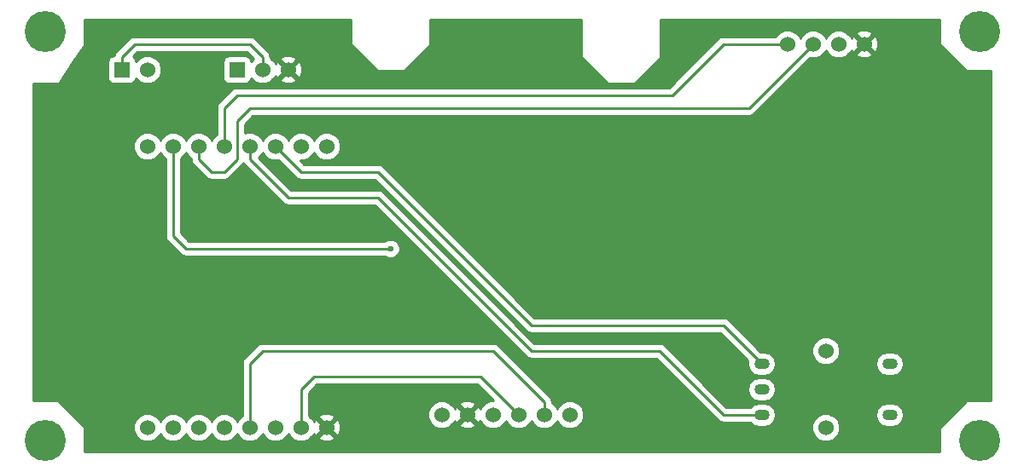
<source format=gbr>
G04 #@! TF.FileFunction,Copper,L1,Top,Signal*
%FSLAX46Y46*%
G04 Gerber Fmt 4.6, Leading zero omitted, Abs format (unit mm)*
G04 Created by KiCad (PCBNEW 4.0.6) date Wednesday, 03 May 2017 'PMt' 19:41:19*
%MOMM*%
%LPD*%
G01*
G04 APERTURE LIST*
%ADD10C,0.100000*%
%ADD11C,1.524000*%
%ADD12O,1.524000X1.100000*%
%ADD13R,1.524000X1.524000*%
%ADD14C,4.064000*%
%ADD15C,0.600000*%
%ADD16C,0.250000*%
%ADD17C,0.254000*%
G04 APERTURE END LIST*
D10*
D11*
X120650000Y-77470000D03*
X123190000Y-77470000D03*
X125730000Y-77470000D03*
X128270000Y-77470000D03*
X130810000Y-77470000D03*
X133350000Y-77470000D03*
X91440000Y-78740000D03*
X93980000Y-78740000D03*
X96520000Y-78740000D03*
X99060000Y-78740000D03*
X101600000Y-78740000D03*
X104140000Y-78740000D03*
X106680000Y-78740000D03*
X109220000Y-78740000D03*
X109220000Y-50800000D03*
X106680000Y-50800000D03*
X104140000Y-50800000D03*
X101600000Y-50800000D03*
X99060000Y-50800000D03*
X96520000Y-50800000D03*
X93980000Y-50800000D03*
X91440000Y-50800000D03*
X162560000Y-40640000D03*
X160020000Y-40640000D03*
X157480000Y-40640000D03*
X154940000Y-40640000D03*
D12*
X152400000Y-72390000D03*
X152400000Y-74930000D03*
X152400000Y-77470000D03*
X165100000Y-72390000D03*
X165100000Y-77470000D03*
D11*
X158750000Y-71120000D03*
X158750000Y-78740000D03*
D13*
X100330000Y-43180000D03*
D11*
X102870000Y-43180000D03*
X105410000Y-43180000D03*
D13*
X88900000Y-43180000D03*
D11*
X91440000Y-43180000D03*
D14*
X173990000Y-39370000D03*
X173990000Y-80010000D03*
X81280000Y-39370000D03*
X81280000Y-80010000D03*
D15*
X115570000Y-60960000D03*
D16*
X96520000Y-50800000D02*
X96520000Y-52070000D01*
X151130000Y-46990000D02*
X157480000Y-40640000D01*
X101600000Y-46990000D02*
X151130000Y-46990000D01*
X100330000Y-48260000D02*
X101600000Y-46990000D01*
X100330000Y-52070000D02*
X100330000Y-48260000D01*
X99060000Y-53340000D02*
X100330000Y-52070000D01*
X97790000Y-53340000D02*
X99060000Y-53340000D01*
X96520000Y-52070000D02*
X97790000Y-53340000D01*
X99060000Y-50800000D02*
X99060000Y-46990000D01*
X148590000Y-40640000D02*
X154940000Y-40640000D01*
X143510000Y-45720000D02*
X148590000Y-40640000D01*
X100330000Y-45720000D02*
X143510000Y-45720000D01*
X99060000Y-46990000D02*
X100330000Y-45720000D01*
X104140000Y-50800000D02*
X106680000Y-53340000D01*
X148590000Y-68580000D02*
X152400000Y-72390000D01*
X129540000Y-68580000D02*
X148590000Y-68580000D01*
X114300000Y-53340000D02*
X129540000Y-68580000D01*
X106680000Y-53340000D02*
X114300000Y-53340000D01*
X101600000Y-50800000D02*
X101600000Y-52070000D01*
X148590000Y-77470000D02*
X152400000Y-77470000D01*
X142240000Y-71120000D02*
X148590000Y-77470000D01*
X129540000Y-71120000D02*
X142240000Y-71120000D01*
X114300000Y-55880000D02*
X129540000Y-71120000D01*
X105410000Y-55880000D02*
X114300000Y-55880000D01*
X101600000Y-52070000D02*
X105410000Y-55880000D01*
X93980000Y-50800000D02*
X93980000Y-59690000D01*
X95250000Y-60960000D02*
X115570000Y-60960000D01*
X93980000Y-59690000D02*
X95250000Y-60960000D01*
X128270000Y-77470000D02*
X124460000Y-73660000D01*
X106680000Y-74930000D02*
X106680000Y-78740000D01*
X107950000Y-73660000D02*
X106680000Y-74930000D01*
X124460000Y-73660000D02*
X107950000Y-73660000D01*
X130810000Y-77470000D02*
X130810000Y-76200000D01*
X101600000Y-72390000D02*
X101600000Y-78740000D01*
X102870000Y-71120000D02*
X101600000Y-72390000D01*
X125730000Y-71120000D02*
X102870000Y-71120000D01*
X130810000Y-76200000D02*
X125730000Y-71120000D01*
X88900000Y-43180000D02*
X88900000Y-41910000D01*
X102870000Y-41910000D02*
X102870000Y-43180000D01*
X101600000Y-40640000D02*
X102870000Y-41910000D01*
X90170000Y-40640000D02*
X101600000Y-40640000D01*
X88900000Y-41910000D02*
X90170000Y-40640000D01*
D17*
G36*
X111633000Y-40640000D02*
X111643006Y-40689410D01*
X111670197Y-40729803D01*
X114210197Y-43269803D01*
X114252211Y-43297666D01*
X114300000Y-43307000D01*
X116840000Y-43307000D01*
X116889410Y-43296994D01*
X116929803Y-43269803D01*
X119469803Y-40729803D01*
X119497666Y-40687789D01*
X119507000Y-40640000D01*
X119507000Y-38227000D01*
X134493000Y-38227000D01*
X134493000Y-41910000D01*
X134503006Y-41959410D01*
X134530197Y-41999803D01*
X137070197Y-44539803D01*
X137112211Y-44567666D01*
X137160000Y-44577000D01*
X139700000Y-44577000D01*
X139749410Y-44566994D01*
X139789803Y-44539803D01*
X142329803Y-41999803D01*
X142357666Y-41957789D01*
X142367000Y-41910000D01*
X142367000Y-38227000D01*
X170053000Y-38227000D01*
X170053000Y-40640000D01*
X170063006Y-40689410D01*
X170090197Y-40729803D01*
X172630197Y-43269803D01*
X172672211Y-43297666D01*
X172720000Y-43307000D01*
X175133000Y-43307000D01*
X175133000Y-76073000D01*
X172720000Y-76073000D01*
X172670590Y-76083006D01*
X172630197Y-76110197D01*
X170090197Y-78650197D01*
X170062334Y-78692211D01*
X170053000Y-78740000D01*
X170053000Y-81153000D01*
X85217000Y-81153000D01*
X85217000Y-79016661D01*
X90042758Y-79016661D01*
X90254990Y-79530303D01*
X90647630Y-79923629D01*
X91160900Y-80136757D01*
X91716661Y-80137242D01*
X92230303Y-79925010D01*
X92623629Y-79532370D01*
X92709949Y-79324488D01*
X92794990Y-79530303D01*
X93187630Y-79923629D01*
X93700900Y-80136757D01*
X94256661Y-80137242D01*
X94770303Y-79925010D01*
X95163629Y-79532370D01*
X95249949Y-79324488D01*
X95334990Y-79530303D01*
X95727630Y-79923629D01*
X96240900Y-80136757D01*
X96796661Y-80137242D01*
X97310303Y-79925010D01*
X97703629Y-79532370D01*
X97789949Y-79324488D01*
X97874990Y-79530303D01*
X98267630Y-79923629D01*
X98780900Y-80136757D01*
X99336661Y-80137242D01*
X99850303Y-79925010D01*
X100243629Y-79532370D01*
X100329949Y-79324488D01*
X100414990Y-79530303D01*
X100807630Y-79923629D01*
X101320900Y-80136757D01*
X101876661Y-80137242D01*
X102390303Y-79925010D01*
X102783629Y-79532370D01*
X102869949Y-79324488D01*
X102954990Y-79530303D01*
X103347630Y-79923629D01*
X103860900Y-80136757D01*
X104416661Y-80137242D01*
X104930303Y-79925010D01*
X105323629Y-79532370D01*
X105409949Y-79324488D01*
X105494990Y-79530303D01*
X105887630Y-79923629D01*
X106400900Y-80136757D01*
X106956661Y-80137242D01*
X107470303Y-79925010D01*
X107675457Y-79720213D01*
X108419392Y-79720213D01*
X108488857Y-79962397D01*
X109012302Y-80149144D01*
X109567368Y-80121362D01*
X109951143Y-79962397D01*
X110020608Y-79720213D01*
X109220000Y-78919605D01*
X108419392Y-79720213D01*
X107675457Y-79720213D01*
X107863629Y-79532370D01*
X107943395Y-79340273D01*
X107997603Y-79471143D01*
X108239787Y-79540608D01*
X109040395Y-78740000D01*
X109399605Y-78740000D01*
X110200213Y-79540608D01*
X110442397Y-79471143D01*
X110604540Y-79016661D01*
X157352758Y-79016661D01*
X157564990Y-79530303D01*
X157957630Y-79923629D01*
X158470900Y-80136757D01*
X159026661Y-80137242D01*
X159540303Y-79925010D01*
X159933629Y-79532370D01*
X160146757Y-79019100D01*
X160147242Y-78463339D01*
X159935010Y-77949697D01*
X159542370Y-77556371D01*
X159334366Y-77470000D01*
X163675631Y-77470000D01*
X163765834Y-77923480D01*
X164022709Y-78307922D01*
X164407151Y-78564797D01*
X164860631Y-78655000D01*
X165339369Y-78655000D01*
X165792849Y-78564797D01*
X166177291Y-78307922D01*
X166434166Y-77923480D01*
X166524369Y-77470000D01*
X166434166Y-77016520D01*
X166177291Y-76632078D01*
X165792849Y-76375203D01*
X165339369Y-76285000D01*
X164860631Y-76285000D01*
X164407151Y-76375203D01*
X164022709Y-76632078D01*
X163765834Y-77016520D01*
X163675631Y-77470000D01*
X159334366Y-77470000D01*
X159029100Y-77343243D01*
X158473339Y-77342758D01*
X157959697Y-77554990D01*
X157566371Y-77947630D01*
X157353243Y-78460900D01*
X157352758Y-79016661D01*
X110604540Y-79016661D01*
X110629144Y-78947698D01*
X110601362Y-78392632D01*
X110442397Y-78008857D01*
X110200213Y-77939392D01*
X109399605Y-78740000D01*
X109040395Y-78740000D01*
X108239787Y-77939392D01*
X107997603Y-78008857D01*
X107947491Y-78149318D01*
X107865010Y-77949697D01*
X107675432Y-77759787D01*
X108419392Y-77759787D01*
X109220000Y-78560395D01*
X110020608Y-77759787D01*
X110016844Y-77746661D01*
X119252758Y-77746661D01*
X119464990Y-78260303D01*
X119857630Y-78653629D01*
X120370900Y-78866757D01*
X120926661Y-78867242D01*
X121440303Y-78655010D01*
X121645457Y-78450213D01*
X122389392Y-78450213D01*
X122458857Y-78692397D01*
X122982302Y-78879144D01*
X123537368Y-78851362D01*
X123921143Y-78692397D01*
X123990608Y-78450213D01*
X123190000Y-77649605D01*
X122389392Y-78450213D01*
X121645457Y-78450213D01*
X121833629Y-78262370D01*
X121913395Y-78070273D01*
X121967603Y-78201143D01*
X122209787Y-78270608D01*
X123010395Y-77470000D01*
X122209787Y-76669392D01*
X121967603Y-76738857D01*
X121917491Y-76879318D01*
X121835010Y-76679697D01*
X121645432Y-76489787D01*
X122389392Y-76489787D01*
X123190000Y-77290395D01*
X123990608Y-76489787D01*
X123921143Y-76247603D01*
X123397698Y-76060856D01*
X122842632Y-76088638D01*
X122458857Y-76247603D01*
X122389392Y-76489787D01*
X121645432Y-76489787D01*
X121442370Y-76286371D01*
X120929100Y-76073243D01*
X120373339Y-76072758D01*
X119859697Y-76284990D01*
X119466371Y-76677630D01*
X119253243Y-77190900D01*
X119252758Y-77746661D01*
X110016844Y-77746661D01*
X109951143Y-77517603D01*
X109427698Y-77330856D01*
X108872632Y-77358638D01*
X108488857Y-77517603D01*
X108419392Y-77759787D01*
X107675432Y-77759787D01*
X107472370Y-77556371D01*
X107440000Y-77542930D01*
X107440000Y-75244802D01*
X108264802Y-74420000D01*
X124145198Y-74420000D01*
X125798257Y-76073059D01*
X125453339Y-76072758D01*
X124939697Y-76284990D01*
X124546371Y-76677630D01*
X124466605Y-76869727D01*
X124412397Y-76738857D01*
X124170213Y-76669392D01*
X123369605Y-77470000D01*
X124170213Y-78270608D01*
X124412397Y-78201143D01*
X124462509Y-78060682D01*
X124544990Y-78260303D01*
X124937630Y-78653629D01*
X125450900Y-78866757D01*
X126006661Y-78867242D01*
X126520303Y-78655010D01*
X126913629Y-78262370D01*
X126999949Y-78054488D01*
X127084990Y-78260303D01*
X127477630Y-78653629D01*
X127990900Y-78866757D01*
X128546661Y-78867242D01*
X129060303Y-78655010D01*
X129453629Y-78262370D01*
X129539949Y-78054488D01*
X129624990Y-78260303D01*
X130017630Y-78653629D01*
X130530900Y-78866757D01*
X131086661Y-78867242D01*
X131600303Y-78655010D01*
X131993629Y-78262370D01*
X132079949Y-78054488D01*
X132164990Y-78260303D01*
X132557630Y-78653629D01*
X133070900Y-78866757D01*
X133626661Y-78867242D01*
X134140303Y-78655010D01*
X134533629Y-78262370D01*
X134746757Y-77749100D01*
X134747242Y-77193339D01*
X134535010Y-76679697D01*
X134142370Y-76286371D01*
X133629100Y-76073243D01*
X133073339Y-76072758D01*
X132559697Y-76284990D01*
X132166371Y-76677630D01*
X132080051Y-76885512D01*
X131995010Y-76679697D01*
X131602370Y-76286371D01*
X131570000Y-76272930D01*
X131570000Y-76200000D01*
X131512148Y-75909161D01*
X131347401Y-75662599D01*
X126267401Y-70582599D01*
X126020839Y-70417852D01*
X125730000Y-70360000D01*
X102870000Y-70360000D01*
X102579160Y-70417852D01*
X102332599Y-70582599D01*
X101062599Y-71852599D01*
X100897852Y-72099161D01*
X100840000Y-72390000D01*
X100840000Y-77542469D01*
X100809697Y-77554990D01*
X100416371Y-77947630D01*
X100330051Y-78155512D01*
X100245010Y-77949697D01*
X99852370Y-77556371D01*
X99339100Y-77343243D01*
X98783339Y-77342758D01*
X98269697Y-77554990D01*
X97876371Y-77947630D01*
X97790051Y-78155512D01*
X97705010Y-77949697D01*
X97312370Y-77556371D01*
X96799100Y-77343243D01*
X96243339Y-77342758D01*
X95729697Y-77554990D01*
X95336371Y-77947630D01*
X95250051Y-78155512D01*
X95165010Y-77949697D01*
X94772370Y-77556371D01*
X94259100Y-77343243D01*
X93703339Y-77342758D01*
X93189697Y-77554990D01*
X92796371Y-77947630D01*
X92710051Y-78155512D01*
X92625010Y-77949697D01*
X92232370Y-77556371D01*
X91719100Y-77343243D01*
X91163339Y-77342758D01*
X90649697Y-77554990D01*
X90256371Y-77947630D01*
X90043243Y-78460900D01*
X90042758Y-79016661D01*
X85217000Y-79016661D01*
X85217000Y-78740000D01*
X85206994Y-78690590D01*
X85179803Y-78650197D01*
X82639803Y-76110197D01*
X82597789Y-76082334D01*
X82550000Y-76073000D01*
X80137000Y-76073000D01*
X80137000Y-51076661D01*
X90042758Y-51076661D01*
X90254990Y-51590303D01*
X90647630Y-51983629D01*
X91160900Y-52196757D01*
X91716661Y-52197242D01*
X92230303Y-51985010D01*
X92623629Y-51592370D01*
X92709949Y-51384488D01*
X92794990Y-51590303D01*
X93187630Y-51983629D01*
X93220000Y-51997070D01*
X93220000Y-59690000D01*
X93277852Y-59980839D01*
X93442599Y-60227401D01*
X94712599Y-61497401D01*
X94959160Y-61662148D01*
X95250000Y-61720000D01*
X115007537Y-61720000D01*
X115039673Y-61752192D01*
X115383201Y-61894838D01*
X115755167Y-61895162D01*
X116098943Y-61753117D01*
X116362192Y-61490327D01*
X116504838Y-61146799D01*
X116505162Y-60774833D01*
X116363117Y-60431057D01*
X116100327Y-60167808D01*
X115756799Y-60025162D01*
X115384833Y-60024838D01*
X115041057Y-60166883D01*
X115007882Y-60200000D01*
X95564802Y-60200000D01*
X94740000Y-59375198D01*
X94740000Y-51997531D01*
X94770303Y-51985010D01*
X95163629Y-51592370D01*
X95249949Y-51384488D01*
X95334990Y-51590303D01*
X95727630Y-51983629D01*
X95760000Y-51997070D01*
X95760000Y-52070000D01*
X95817852Y-52360839D01*
X95982599Y-52607401D01*
X97252599Y-53877401D01*
X97499160Y-54042148D01*
X97790000Y-54100000D01*
X99060000Y-54100000D01*
X99350839Y-54042148D01*
X99597401Y-53877401D01*
X100867401Y-52607401D01*
X100965000Y-52461334D01*
X101062599Y-52607401D01*
X104872599Y-56417401D01*
X105119161Y-56582148D01*
X105410000Y-56640000D01*
X113985198Y-56640000D01*
X129002599Y-71657401D01*
X129249161Y-71822148D01*
X129540000Y-71880000D01*
X141925198Y-71880000D01*
X148052599Y-78007401D01*
X148299161Y-78172148D01*
X148590000Y-78230000D01*
X151270643Y-78230000D01*
X151322709Y-78307922D01*
X151707151Y-78564797D01*
X152160631Y-78655000D01*
X152639369Y-78655000D01*
X153092849Y-78564797D01*
X153477291Y-78307922D01*
X153734166Y-77923480D01*
X153824369Y-77470000D01*
X153734166Y-77016520D01*
X153477291Y-76632078D01*
X153092849Y-76375203D01*
X152639369Y-76285000D01*
X152160631Y-76285000D01*
X151707151Y-76375203D01*
X151322709Y-76632078D01*
X151270643Y-76710000D01*
X148904802Y-76710000D01*
X147124802Y-74930000D01*
X150975631Y-74930000D01*
X151065834Y-75383480D01*
X151322709Y-75767922D01*
X151707151Y-76024797D01*
X152160631Y-76115000D01*
X152639369Y-76115000D01*
X153092849Y-76024797D01*
X153477291Y-75767922D01*
X153734166Y-75383480D01*
X153824369Y-74930000D01*
X153734166Y-74476520D01*
X153477291Y-74092078D01*
X153092849Y-73835203D01*
X152639369Y-73745000D01*
X152160631Y-73745000D01*
X151707151Y-73835203D01*
X151322709Y-74092078D01*
X151065834Y-74476520D01*
X150975631Y-74930000D01*
X147124802Y-74930000D01*
X142777401Y-70582599D01*
X142530839Y-70417852D01*
X142240000Y-70360000D01*
X129854802Y-70360000D01*
X114837401Y-55342599D01*
X114590839Y-55177852D01*
X114300000Y-55120000D01*
X105724802Y-55120000D01*
X102490145Y-51885343D01*
X102783629Y-51592370D01*
X102869949Y-51384488D01*
X102954990Y-51590303D01*
X103347630Y-51983629D01*
X103860900Y-52196757D01*
X104416661Y-52197242D01*
X104449055Y-52183857D01*
X106142599Y-53877401D01*
X106389160Y-54042148D01*
X106437414Y-54051746D01*
X106680000Y-54100000D01*
X113985198Y-54100000D01*
X129002599Y-69117401D01*
X129249161Y-69282148D01*
X129540000Y-69340000D01*
X148275198Y-69340000D01*
X151033628Y-72098430D01*
X150975631Y-72390000D01*
X151065834Y-72843480D01*
X151322709Y-73227922D01*
X151707151Y-73484797D01*
X152160631Y-73575000D01*
X152639369Y-73575000D01*
X153092849Y-73484797D01*
X153477291Y-73227922D01*
X153734166Y-72843480D01*
X153824369Y-72390000D01*
X153734166Y-71936520D01*
X153477291Y-71552078D01*
X153244693Y-71396661D01*
X157352758Y-71396661D01*
X157564990Y-71910303D01*
X157957630Y-72303629D01*
X158470900Y-72516757D01*
X159026661Y-72517242D01*
X159334610Y-72390000D01*
X163675631Y-72390000D01*
X163765834Y-72843480D01*
X164022709Y-73227922D01*
X164407151Y-73484797D01*
X164860631Y-73575000D01*
X165339369Y-73575000D01*
X165792849Y-73484797D01*
X166177291Y-73227922D01*
X166434166Y-72843480D01*
X166524369Y-72390000D01*
X166434166Y-71936520D01*
X166177291Y-71552078D01*
X165792849Y-71295203D01*
X165339369Y-71205000D01*
X164860631Y-71205000D01*
X164407151Y-71295203D01*
X164022709Y-71552078D01*
X163765834Y-71936520D01*
X163675631Y-72390000D01*
X159334610Y-72390000D01*
X159540303Y-72305010D01*
X159933629Y-71912370D01*
X160146757Y-71399100D01*
X160147242Y-70843339D01*
X159935010Y-70329697D01*
X159542370Y-69936371D01*
X159029100Y-69723243D01*
X158473339Y-69722758D01*
X157959697Y-69934990D01*
X157566371Y-70327630D01*
X157353243Y-70840900D01*
X157352758Y-71396661D01*
X153244693Y-71396661D01*
X153092849Y-71295203D01*
X152639369Y-71205000D01*
X152289802Y-71205000D01*
X149127401Y-68042599D01*
X148880839Y-67877852D01*
X148590000Y-67820000D01*
X129854802Y-67820000D01*
X114837401Y-52802599D01*
X114590839Y-52637852D01*
X114300000Y-52580000D01*
X106994802Y-52580000D01*
X106611743Y-52196941D01*
X106956661Y-52197242D01*
X107470303Y-51985010D01*
X107863629Y-51592370D01*
X107949949Y-51384488D01*
X108034990Y-51590303D01*
X108427630Y-51983629D01*
X108940900Y-52196757D01*
X109496661Y-52197242D01*
X110010303Y-51985010D01*
X110403629Y-51592370D01*
X110616757Y-51079100D01*
X110617242Y-50523339D01*
X110405010Y-50009697D01*
X110012370Y-49616371D01*
X109499100Y-49403243D01*
X108943339Y-49402758D01*
X108429697Y-49614990D01*
X108036371Y-50007630D01*
X107950051Y-50215512D01*
X107865010Y-50009697D01*
X107472370Y-49616371D01*
X106959100Y-49403243D01*
X106403339Y-49402758D01*
X105889697Y-49614990D01*
X105496371Y-50007630D01*
X105410051Y-50215512D01*
X105325010Y-50009697D01*
X104932370Y-49616371D01*
X104419100Y-49403243D01*
X103863339Y-49402758D01*
X103349697Y-49614990D01*
X102956371Y-50007630D01*
X102870051Y-50215512D01*
X102785010Y-50009697D01*
X102392370Y-49616371D01*
X101879100Y-49403243D01*
X101323339Y-49402758D01*
X101090000Y-49499171D01*
X101090000Y-48574802D01*
X101914802Y-47750000D01*
X151130000Y-47750000D01*
X151420839Y-47692148D01*
X151667401Y-47527401D01*
X157170619Y-42024183D01*
X157200900Y-42036757D01*
X157756661Y-42037242D01*
X158270303Y-41825010D01*
X158663629Y-41432370D01*
X158749949Y-41224488D01*
X158834990Y-41430303D01*
X159227630Y-41823629D01*
X159740900Y-42036757D01*
X160296661Y-42037242D01*
X160810303Y-41825010D01*
X161015457Y-41620213D01*
X161759392Y-41620213D01*
X161828857Y-41862397D01*
X162352302Y-42049144D01*
X162907368Y-42021362D01*
X163291143Y-41862397D01*
X163360608Y-41620213D01*
X162560000Y-40819605D01*
X161759392Y-41620213D01*
X161015457Y-41620213D01*
X161203629Y-41432370D01*
X161283395Y-41240273D01*
X161337603Y-41371143D01*
X161579787Y-41440608D01*
X162380395Y-40640000D01*
X162739605Y-40640000D01*
X163540213Y-41440608D01*
X163782397Y-41371143D01*
X163969144Y-40847698D01*
X163941362Y-40292632D01*
X163782397Y-39908857D01*
X163540213Y-39839392D01*
X162739605Y-40640000D01*
X162380395Y-40640000D01*
X161579787Y-39839392D01*
X161337603Y-39908857D01*
X161287491Y-40049318D01*
X161205010Y-39849697D01*
X161015432Y-39659787D01*
X161759392Y-39659787D01*
X162560000Y-40460395D01*
X163360608Y-39659787D01*
X163291143Y-39417603D01*
X162767698Y-39230856D01*
X162212632Y-39258638D01*
X161828857Y-39417603D01*
X161759392Y-39659787D01*
X161015432Y-39659787D01*
X160812370Y-39456371D01*
X160299100Y-39243243D01*
X159743339Y-39242758D01*
X159229697Y-39454990D01*
X158836371Y-39847630D01*
X158750051Y-40055512D01*
X158665010Y-39849697D01*
X158272370Y-39456371D01*
X157759100Y-39243243D01*
X157203339Y-39242758D01*
X156689697Y-39454990D01*
X156296371Y-39847630D01*
X156210051Y-40055512D01*
X156125010Y-39849697D01*
X155732370Y-39456371D01*
X155219100Y-39243243D01*
X154663339Y-39242758D01*
X154149697Y-39454990D01*
X153756371Y-39847630D01*
X153742930Y-39880000D01*
X148590000Y-39880000D01*
X148299161Y-39937852D01*
X148052599Y-40102599D01*
X143195198Y-44960000D01*
X100330000Y-44960000D01*
X100039160Y-45017852D01*
X99792599Y-45182599D01*
X98522599Y-46452599D01*
X98357852Y-46699161D01*
X98300000Y-46990000D01*
X98300000Y-49602469D01*
X98269697Y-49614990D01*
X97876371Y-50007630D01*
X97790051Y-50215512D01*
X97705010Y-50009697D01*
X97312370Y-49616371D01*
X96799100Y-49403243D01*
X96243339Y-49402758D01*
X95729697Y-49614990D01*
X95336371Y-50007630D01*
X95250051Y-50215512D01*
X95165010Y-50009697D01*
X94772370Y-49616371D01*
X94259100Y-49403243D01*
X93703339Y-49402758D01*
X93189697Y-49614990D01*
X92796371Y-50007630D01*
X92710051Y-50215512D01*
X92625010Y-50009697D01*
X92232370Y-49616371D01*
X91719100Y-49403243D01*
X91163339Y-49402758D01*
X90649697Y-49614990D01*
X90256371Y-50007630D01*
X90043243Y-50520900D01*
X90042758Y-51076661D01*
X80137000Y-51076661D01*
X80137000Y-44577000D01*
X82550000Y-44577000D01*
X82599410Y-44566994D01*
X82655670Y-44520447D01*
X84057301Y-42418000D01*
X87490560Y-42418000D01*
X87490560Y-43942000D01*
X87534838Y-44177317D01*
X87673910Y-44393441D01*
X87886110Y-44538431D01*
X88138000Y-44589440D01*
X89662000Y-44589440D01*
X89897317Y-44545162D01*
X90113441Y-44406090D01*
X90258431Y-44193890D01*
X90295492Y-44010876D01*
X90647630Y-44363629D01*
X91160900Y-44576757D01*
X91716661Y-44577242D01*
X92230303Y-44365010D01*
X92623629Y-43972370D01*
X92836757Y-43459100D01*
X92837242Y-42903339D01*
X92625010Y-42389697D01*
X92232370Y-41996371D01*
X91719100Y-41783243D01*
X91163339Y-41782758D01*
X90649697Y-41994990D01*
X90296237Y-42347833D01*
X90265162Y-42182683D01*
X90126090Y-41966559D01*
X90002612Y-41882190D01*
X90484802Y-41400000D01*
X101285198Y-41400000D01*
X101979855Y-42094657D01*
X101726237Y-42347833D01*
X101695162Y-42182683D01*
X101556090Y-41966559D01*
X101343890Y-41821569D01*
X101092000Y-41770560D01*
X99568000Y-41770560D01*
X99332683Y-41814838D01*
X99116559Y-41953910D01*
X98971569Y-42166110D01*
X98920560Y-42418000D01*
X98920560Y-43942000D01*
X98964838Y-44177317D01*
X99103910Y-44393441D01*
X99316110Y-44538431D01*
X99568000Y-44589440D01*
X101092000Y-44589440D01*
X101327317Y-44545162D01*
X101543441Y-44406090D01*
X101688431Y-44193890D01*
X101725492Y-44010876D01*
X102077630Y-44363629D01*
X102590900Y-44576757D01*
X103146661Y-44577242D01*
X103660303Y-44365010D01*
X103865457Y-44160213D01*
X104609392Y-44160213D01*
X104678857Y-44402397D01*
X105202302Y-44589144D01*
X105757368Y-44561362D01*
X106141143Y-44402397D01*
X106210608Y-44160213D01*
X105410000Y-43359605D01*
X104609392Y-44160213D01*
X103865457Y-44160213D01*
X104053629Y-43972370D01*
X104133395Y-43780273D01*
X104187603Y-43911143D01*
X104429787Y-43980608D01*
X105230395Y-43180000D01*
X105589605Y-43180000D01*
X106390213Y-43980608D01*
X106632397Y-43911143D01*
X106819144Y-43387698D01*
X106791362Y-42832632D01*
X106632397Y-42448857D01*
X106390213Y-42379392D01*
X105589605Y-43180000D01*
X105230395Y-43180000D01*
X104429787Y-42379392D01*
X104187603Y-42448857D01*
X104137491Y-42589318D01*
X104055010Y-42389697D01*
X103865432Y-42199787D01*
X104609392Y-42199787D01*
X105410000Y-43000395D01*
X106210608Y-42199787D01*
X106141143Y-41957603D01*
X105617698Y-41770856D01*
X105062632Y-41798638D01*
X104678857Y-41957603D01*
X104609392Y-42199787D01*
X103865432Y-42199787D01*
X103662370Y-41996371D01*
X103630000Y-41982930D01*
X103630000Y-41910000D01*
X103602322Y-41770856D01*
X103572148Y-41619160D01*
X103407401Y-41372599D01*
X102137401Y-40102599D01*
X101890839Y-39937852D01*
X101600000Y-39880000D01*
X90170000Y-39880000D01*
X89879160Y-39937852D01*
X89632599Y-40102599D01*
X88362599Y-41372599D01*
X88197852Y-41619161D01*
X88167737Y-41770560D01*
X88138000Y-41770560D01*
X87902683Y-41814838D01*
X87686559Y-41953910D01*
X87541569Y-42166110D01*
X87490560Y-42418000D01*
X84057301Y-42418000D01*
X85195670Y-40710447D01*
X85217000Y-40640000D01*
X85217000Y-38227000D01*
X111633000Y-38227000D01*
X111633000Y-40640000D01*
X111633000Y-40640000D01*
G37*
X111633000Y-40640000D02*
X111643006Y-40689410D01*
X111670197Y-40729803D01*
X114210197Y-43269803D01*
X114252211Y-43297666D01*
X114300000Y-43307000D01*
X116840000Y-43307000D01*
X116889410Y-43296994D01*
X116929803Y-43269803D01*
X119469803Y-40729803D01*
X119497666Y-40687789D01*
X119507000Y-40640000D01*
X119507000Y-38227000D01*
X134493000Y-38227000D01*
X134493000Y-41910000D01*
X134503006Y-41959410D01*
X134530197Y-41999803D01*
X137070197Y-44539803D01*
X137112211Y-44567666D01*
X137160000Y-44577000D01*
X139700000Y-44577000D01*
X139749410Y-44566994D01*
X139789803Y-44539803D01*
X142329803Y-41999803D01*
X142357666Y-41957789D01*
X142367000Y-41910000D01*
X142367000Y-38227000D01*
X170053000Y-38227000D01*
X170053000Y-40640000D01*
X170063006Y-40689410D01*
X170090197Y-40729803D01*
X172630197Y-43269803D01*
X172672211Y-43297666D01*
X172720000Y-43307000D01*
X175133000Y-43307000D01*
X175133000Y-76073000D01*
X172720000Y-76073000D01*
X172670590Y-76083006D01*
X172630197Y-76110197D01*
X170090197Y-78650197D01*
X170062334Y-78692211D01*
X170053000Y-78740000D01*
X170053000Y-81153000D01*
X85217000Y-81153000D01*
X85217000Y-79016661D01*
X90042758Y-79016661D01*
X90254990Y-79530303D01*
X90647630Y-79923629D01*
X91160900Y-80136757D01*
X91716661Y-80137242D01*
X92230303Y-79925010D01*
X92623629Y-79532370D01*
X92709949Y-79324488D01*
X92794990Y-79530303D01*
X93187630Y-79923629D01*
X93700900Y-80136757D01*
X94256661Y-80137242D01*
X94770303Y-79925010D01*
X95163629Y-79532370D01*
X95249949Y-79324488D01*
X95334990Y-79530303D01*
X95727630Y-79923629D01*
X96240900Y-80136757D01*
X96796661Y-80137242D01*
X97310303Y-79925010D01*
X97703629Y-79532370D01*
X97789949Y-79324488D01*
X97874990Y-79530303D01*
X98267630Y-79923629D01*
X98780900Y-80136757D01*
X99336661Y-80137242D01*
X99850303Y-79925010D01*
X100243629Y-79532370D01*
X100329949Y-79324488D01*
X100414990Y-79530303D01*
X100807630Y-79923629D01*
X101320900Y-80136757D01*
X101876661Y-80137242D01*
X102390303Y-79925010D01*
X102783629Y-79532370D01*
X102869949Y-79324488D01*
X102954990Y-79530303D01*
X103347630Y-79923629D01*
X103860900Y-80136757D01*
X104416661Y-80137242D01*
X104930303Y-79925010D01*
X105323629Y-79532370D01*
X105409949Y-79324488D01*
X105494990Y-79530303D01*
X105887630Y-79923629D01*
X106400900Y-80136757D01*
X106956661Y-80137242D01*
X107470303Y-79925010D01*
X107675457Y-79720213D01*
X108419392Y-79720213D01*
X108488857Y-79962397D01*
X109012302Y-80149144D01*
X109567368Y-80121362D01*
X109951143Y-79962397D01*
X110020608Y-79720213D01*
X109220000Y-78919605D01*
X108419392Y-79720213D01*
X107675457Y-79720213D01*
X107863629Y-79532370D01*
X107943395Y-79340273D01*
X107997603Y-79471143D01*
X108239787Y-79540608D01*
X109040395Y-78740000D01*
X109399605Y-78740000D01*
X110200213Y-79540608D01*
X110442397Y-79471143D01*
X110604540Y-79016661D01*
X157352758Y-79016661D01*
X157564990Y-79530303D01*
X157957630Y-79923629D01*
X158470900Y-80136757D01*
X159026661Y-80137242D01*
X159540303Y-79925010D01*
X159933629Y-79532370D01*
X160146757Y-79019100D01*
X160147242Y-78463339D01*
X159935010Y-77949697D01*
X159542370Y-77556371D01*
X159334366Y-77470000D01*
X163675631Y-77470000D01*
X163765834Y-77923480D01*
X164022709Y-78307922D01*
X164407151Y-78564797D01*
X164860631Y-78655000D01*
X165339369Y-78655000D01*
X165792849Y-78564797D01*
X166177291Y-78307922D01*
X166434166Y-77923480D01*
X166524369Y-77470000D01*
X166434166Y-77016520D01*
X166177291Y-76632078D01*
X165792849Y-76375203D01*
X165339369Y-76285000D01*
X164860631Y-76285000D01*
X164407151Y-76375203D01*
X164022709Y-76632078D01*
X163765834Y-77016520D01*
X163675631Y-77470000D01*
X159334366Y-77470000D01*
X159029100Y-77343243D01*
X158473339Y-77342758D01*
X157959697Y-77554990D01*
X157566371Y-77947630D01*
X157353243Y-78460900D01*
X157352758Y-79016661D01*
X110604540Y-79016661D01*
X110629144Y-78947698D01*
X110601362Y-78392632D01*
X110442397Y-78008857D01*
X110200213Y-77939392D01*
X109399605Y-78740000D01*
X109040395Y-78740000D01*
X108239787Y-77939392D01*
X107997603Y-78008857D01*
X107947491Y-78149318D01*
X107865010Y-77949697D01*
X107675432Y-77759787D01*
X108419392Y-77759787D01*
X109220000Y-78560395D01*
X110020608Y-77759787D01*
X110016844Y-77746661D01*
X119252758Y-77746661D01*
X119464990Y-78260303D01*
X119857630Y-78653629D01*
X120370900Y-78866757D01*
X120926661Y-78867242D01*
X121440303Y-78655010D01*
X121645457Y-78450213D01*
X122389392Y-78450213D01*
X122458857Y-78692397D01*
X122982302Y-78879144D01*
X123537368Y-78851362D01*
X123921143Y-78692397D01*
X123990608Y-78450213D01*
X123190000Y-77649605D01*
X122389392Y-78450213D01*
X121645457Y-78450213D01*
X121833629Y-78262370D01*
X121913395Y-78070273D01*
X121967603Y-78201143D01*
X122209787Y-78270608D01*
X123010395Y-77470000D01*
X122209787Y-76669392D01*
X121967603Y-76738857D01*
X121917491Y-76879318D01*
X121835010Y-76679697D01*
X121645432Y-76489787D01*
X122389392Y-76489787D01*
X123190000Y-77290395D01*
X123990608Y-76489787D01*
X123921143Y-76247603D01*
X123397698Y-76060856D01*
X122842632Y-76088638D01*
X122458857Y-76247603D01*
X122389392Y-76489787D01*
X121645432Y-76489787D01*
X121442370Y-76286371D01*
X120929100Y-76073243D01*
X120373339Y-76072758D01*
X119859697Y-76284990D01*
X119466371Y-76677630D01*
X119253243Y-77190900D01*
X119252758Y-77746661D01*
X110016844Y-77746661D01*
X109951143Y-77517603D01*
X109427698Y-77330856D01*
X108872632Y-77358638D01*
X108488857Y-77517603D01*
X108419392Y-77759787D01*
X107675432Y-77759787D01*
X107472370Y-77556371D01*
X107440000Y-77542930D01*
X107440000Y-75244802D01*
X108264802Y-74420000D01*
X124145198Y-74420000D01*
X125798257Y-76073059D01*
X125453339Y-76072758D01*
X124939697Y-76284990D01*
X124546371Y-76677630D01*
X124466605Y-76869727D01*
X124412397Y-76738857D01*
X124170213Y-76669392D01*
X123369605Y-77470000D01*
X124170213Y-78270608D01*
X124412397Y-78201143D01*
X124462509Y-78060682D01*
X124544990Y-78260303D01*
X124937630Y-78653629D01*
X125450900Y-78866757D01*
X126006661Y-78867242D01*
X126520303Y-78655010D01*
X126913629Y-78262370D01*
X126999949Y-78054488D01*
X127084990Y-78260303D01*
X127477630Y-78653629D01*
X127990900Y-78866757D01*
X128546661Y-78867242D01*
X129060303Y-78655010D01*
X129453629Y-78262370D01*
X129539949Y-78054488D01*
X129624990Y-78260303D01*
X130017630Y-78653629D01*
X130530900Y-78866757D01*
X131086661Y-78867242D01*
X131600303Y-78655010D01*
X131993629Y-78262370D01*
X132079949Y-78054488D01*
X132164990Y-78260303D01*
X132557630Y-78653629D01*
X133070900Y-78866757D01*
X133626661Y-78867242D01*
X134140303Y-78655010D01*
X134533629Y-78262370D01*
X134746757Y-77749100D01*
X134747242Y-77193339D01*
X134535010Y-76679697D01*
X134142370Y-76286371D01*
X133629100Y-76073243D01*
X133073339Y-76072758D01*
X132559697Y-76284990D01*
X132166371Y-76677630D01*
X132080051Y-76885512D01*
X131995010Y-76679697D01*
X131602370Y-76286371D01*
X131570000Y-76272930D01*
X131570000Y-76200000D01*
X131512148Y-75909161D01*
X131347401Y-75662599D01*
X126267401Y-70582599D01*
X126020839Y-70417852D01*
X125730000Y-70360000D01*
X102870000Y-70360000D01*
X102579160Y-70417852D01*
X102332599Y-70582599D01*
X101062599Y-71852599D01*
X100897852Y-72099161D01*
X100840000Y-72390000D01*
X100840000Y-77542469D01*
X100809697Y-77554990D01*
X100416371Y-77947630D01*
X100330051Y-78155512D01*
X100245010Y-77949697D01*
X99852370Y-77556371D01*
X99339100Y-77343243D01*
X98783339Y-77342758D01*
X98269697Y-77554990D01*
X97876371Y-77947630D01*
X97790051Y-78155512D01*
X97705010Y-77949697D01*
X97312370Y-77556371D01*
X96799100Y-77343243D01*
X96243339Y-77342758D01*
X95729697Y-77554990D01*
X95336371Y-77947630D01*
X95250051Y-78155512D01*
X95165010Y-77949697D01*
X94772370Y-77556371D01*
X94259100Y-77343243D01*
X93703339Y-77342758D01*
X93189697Y-77554990D01*
X92796371Y-77947630D01*
X92710051Y-78155512D01*
X92625010Y-77949697D01*
X92232370Y-77556371D01*
X91719100Y-77343243D01*
X91163339Y-77342758D01*
X90649697Y-77554990D01*
X90256371Y-77947630D01*
X90043243Y-78460900D01*
X90042758Y-79016661D01*
X85217000Y-79016661D01*
X85217000Y-78740000D01*
X85206994Y-78690590D01*
X85179803Y-78650197D01*
X82639803Y-76110197D01*
X82597789Y-76082334D01*
X82550000Y-76073000D01*
X80137000Y-76073000D01*
X80137000Y-51076661D01*
X90042758Y-51076661D01*
X90254990Y-51590303D01*
X90647630Y-51983629D01*
X91160900Y-52196757D01*
X91716661Y-52197242D01*
X92230303Y-51985010D01*
X92623629Y-51592370D01*
X92709949Y-51384488D01*
X92794990Y-51590303D01*
X93187630Y-51983629D01*
X93220000Y-51997070D01*
X93220000Y-59690000D01*
X93277852Y-59980839D01*
X93442599Y-60227401D01*
X94712599Y-61497401D01*
X94959160Y-61662148D01*
X95250000Y-61720000D01*
X115007537Y-61720000D01*
X115039673Y-61752192D01*
X115383201Y-61894838D01*
X115755167Y-61895162D01*
X116098943Y-61753117D01*
X116362192Y-61490327D01*
X116504838Y-61146799D01*
X116505162Y-60774833D01*
X116363117Y-60431057D01*
X116100327Y-60167808D01*
X115756799Y-60025162D01*
X115384833Y-60024838D01*
X115041057Y-60166883D01*
X115007882Y-60200000D01*
X95564802Y-60200000D01*
X94740000Y-59375198D01*
X94740000Y-51997531D01*
X94770303Y-51985010D01*
X95163629Y-51592370D01*
X95249949Y-51384488D01*
X95334990Y-51590303D01*
X95727630Y-51983629D01*
X95760000Y-51997070D01*
X95760000Y-52070000D01*
X95817852Y-52360839D01*
X95982599Y-52607401D01*
X97252599Y-53877401D01*
X97499160Y-54042148D01*
X97790000Y-54100000D01*
X99060000Y-54100000D01*
X99350839Y-54042148D01*
X99597401Y-53877401D01*
X100867401Y-52607401D01*
X100965000Y-52461334D01*
X101062599Y-52607401D01*
X104872599Y-56417401D01*
X105119161Y-56582148D01*
X105410000Y-56640000D01*
X113985198Y-56640000D01*
X129002599Y-71657401D01*
X129249161Y-71822148D01*
X129540000Y-71880000D01*
X141925198Y-71880000D01*
X148052599Y-78007401D01*
X148299161Y-78172148D01*
X148590000Y-78230000D01*
X151270643Y-78230000D01*
X151322709Y-78307922D01*
X151707151Y-78564797D01*
X152160631Y-78655000D01*
X152639369Y-78655000D01*
X153092849Y-78564797D01*
X153477291Y-78307922D01*
X153734166Y-77923480D01*
X153824369Y-77470000D01*
X153734166Y-77016520D01*
X153477291Y-76632078D01*
X153092849Y-76375203D01*
X152639369Y-76285000D01*
X152160631Y-76285000D01*
X151707151Y-76375203D01*
X151322709Y-76632078D01*
X151270643Y-76710000D01*
X148904802Y-76710000D01*
X147124802Y-74930000D01*
X150975631Y-74930000D01*
X151065834Y-75383480D01*
X151322709Y-75767922D01*
X151707151Y-76024797D01*
X152160631Y-76115000D01*
X152639369Y-76115000D01*
X153092849Y-76024797D01*
X153477291Y-75767922D01*
X153734166Y-75383480D01*
X153824369Y-74930000D01*
X153734166Y-74476520D01*
X153477291Y-74092078D01*
X153092849Y-73835203D01*
X152639369Y-73745000D01*
X152160631Y-73745000D01*
X151707151Y-73835203D01*
X151322709Y-74092078D01*
X151065834Y-74476520D01*
X150975631Y-74930000D01*
X147124802Y-74930000D01*
X142777401Y-70582599D01*
X142530839Y-70417852D01*
X142240000Y-70360000D01*
X129854802Y-70360000D01*
X114837401Y-55342599D01*
X114590839Y-55177852D01*
X114300000Y-55120000D01*
X105724802Y-55120000D01*
X102490145Y-51885343D01*
X102783629Y-51592370D01*
X102869949Y-51384488D01*
X102954990Y-51590303D01*
X103347630Y-51983629D01*
X103860900Y-52196757D01*
X104416661Y-52197242D01*
X104449055Y-52183857D01*
X106142599Y-53877401D01*
X106389160Y-54042148D01*
X106437414Y-54051746D01*
X106680000Y-54100000D01*
X113985198Y-54100000D01*
X129002599Y-69117401D01*
X129249161Y-69282148D01*
X129540000Y-69340000D01*
X148275198Y-69340000D01*
X151033628Y-72098430D01*
X150975631Y-72390000D01*
X151065834Y-72843480D01*
X151322709Y-73227922D01*
X151707151Y-73484797D01*
X152160631Y-73575000D01*
X152639369Y-73575000D01*
X153092849Y-73484797D01*
X153477291Y-73227922D01*
X153734166Y-72843480D01*
X153824369Y-72390000D01*
X153734166Y-71936520D01*
X153477291Y-71552078D01*
X153244693Y-71396661D01*
X157352758Y-71396661D01*
X157564990Y-71910303D01*
X157957630Y-72303629D01*
X158470900Y-72516757D01*
X159026661Y-72517242D01*
X159334610Y-72390000D01*
X163675631Y-72390000D01*
X163765834Y-72843480D01*
X164022709Y-73227922D01*
X164407151Y-73484797D01*
X164860631Y-73575000D01*
X165339369Y-73575000D01*
X165792849Y-73484797D01*
X166177291Y-73227922D01*
X166434166Y-72843480D01*
X166524369Y-72390000D01*
X166434166Y-71936520D01*
X166177291Y-71552078D01*
X165792849Y-71295203D01*
X165339369Y-71205000D01*
X164860631Y-71205000D01*
X164407151Y-71295203D01*
X164022709Y-71552078D01*
X163765834Y-71936520D01*
X163675631Y-72390000D01*
X159334610Y-72390000D01*
X159540303Y-72305010D01*
X159933629Y-71912370D01*
X160146757Y-71399100D01*
X160147242Y-70843339D01*
X159935010Y-70329697D01*
X159542370Y-69936371D01*
X159029100Y-69723243D01*
X158473339Y-69722758D01*
X157959697Y-69934990D01*
X157566371Y-70327630D01*
X157353243Y-70840900D01*
X157352758Y-71396661D01*
X153244693Y-71396661D01*
X153092849Y-71295203D01*
X152639369Y-71205000D01*
X152289802Y-71205000D01*
X149127401Y-68042599D01*
X148880839Y-67877852D01*
X148590000Y-67820000D01*
X129854802Y-67820000D01*
X114837401Y-52802599D01*
X114590839Y-52637852D01*
X114300000Y-52580000D01*
X106994802Y-52580000D01*
X106611743Y-52196941D01*
X106956661Y-52197242D01*
X107470303Y-51985010D01*
X107863629Y-51592370D01*
X107949949Y-51384488D01*
X108034990Y-51590303D01*
X108427630Y-51983629D01*
X108940900Y-52196757D01*
X109496661Y-52197242D01*
X110010303Y-51985010D01*
X110403629Y-51592370D01*
X110616757Y-51079100D01*
X110617242Y-50523339D01*
X110405010Y-50009697D01*
X110012370Y-49616371D01*
X109499100Y-49403243D01*
X108943339Y-49402758D01*
X108429697Y-49614990D01*
X108036371Y-50007630D01*
X107950051Y-50215512D01*
X107865010Y-50009697D01*
X107472370Y-49616371D01*
X106959100Y-49403243D01*
X106403339Y-49402758D01*
X105889697Y-49614990D01*
X105496371Y-50007630D01*
X105410051Y-50215512D01*
X105325010Y-50009697D01*
X104932370Y-49616371D01*
X104419100Y-49403243D01*
X103863339Y-49402758D01*
X103349697Y-49614990D01*
X102956371Y-50007630D01*
X102870051Y-50215512D01*
X102785010Y-50009697D01*
X102392370Y-49616371D01*
X101879100Y-49403243D01*
X101323339Y-49402758D01*
X101090000Y-49499171D01*
X101090000Y-48574802D01*
X101914802Y-47750000D01*
X151130000Y-47750000D01*
X151420839Y-47692148D01*
X151667401Y-47527401D01*
X157170619Y-42024183D01*
X157200900Y-42036757D01*
X157756661Y-42037242D01*
X158270303Y-41825010D01*
X158663629Y-41432370D01*
X158749949Y-41224488D01*
X158834990Y-41430303D01*
X159227630Y-41823629D01*
X159740900Y-42036757D01*
X160296661Y-42037242D01*
X160810303Y-41825010D01*
X161015457Y-41620213D01*
X161759392Y-41620213D01*
X161828857Y-41862397D01*
X162352302Y-42049144D01*
X162907368Y-42021362D01*
X163291143Y-41862397D01*
X163360608Y-41620213D01*
X162560000Y-40819605D01*
X161759392Y-41620213D01*
X161015457Y-41620213D01*
X161203629Y-41432370D01*
X161283395Y-41240273D01*
X161337603Y-41371143D01*
X161579787Y-41440608D01*
X162380395Y-40640000D01*
X162739605Y-40640000D01*
X163540213Y-41440608D01*
X163782397Y-41371143D01*
X163969144Y-40847698D01*
X163941362Y-40292632D01*
X163782397Y-39908857D01*
X163540213Y-39839392D01*
X162739605Y-40640000D01*
X162380395Y-40640000D01*
X161579787Y-39839392D01*
X161337603Y-39908857D01*
X161287491Y-40049318D01*
X161205010Y-39849697D01*
X161015432Y-39659787D01*
X161759392Y-39659787D01*
X162560000Y-40460395D01*
X163360608Y-39659787D01*
X163291143Y-39417603D01*
X162767698Y-39230856D01*
X162212632Y-39258638D01*
X161828857Y-39417603D01*
X161759392Y-39659787D01*
X161015432Y-39659787D01*
X160812370Y-39456371D01*
X160299100Y-39243243D01*
X159743339Y-39242758D01*
X159229697Y-39454990D01*
X158836371Y-39847630D01*
X158750051Y-40055512D01*
X158665010Y-39849697D01*
X158272370Y-39456371D01*
X157759100Y-39243243D01*
X157203339Y-39242758D01*
X156689697Y-39454990D01*
X156296371Y-39847630D01*
X156210051Y-40055512D01*
X156125010Y-39849697D01*
X155732370Y-39456371D01*
X155219100Y-39243243D01*
X154663339Y-39242758D01*
X154149697Y-39454990D01*
X153756371Y-39847630D01*
X153742930Y-39880000D01*
X148590000Y-39880000D01*
X148299161Y-39937852D01*
X148052599Y-40102599D01*
X143195198Y-44960000D01*
X100330000Y-44960000D01*
X100039160Y-45017852D01*
X99792599Y-45182599D01*
X98522599Y-46452599D01*
X98357852Y-46699161D01*
X98300000Y-46990000D01*
X98300000Y-49602469D01*
X98269697Y-49614990D01*
X97876371Y-50007630D01*
X97790051Y-50215512D01*
X97705010Y-50009697D01*
X97312370Y-49616371D01*
X96799100Y-49403243D01*
X96243339Y-49402758D01*
X95729697Y-49614990D01*
X95336371Y-50007630D01*
X95250051Y-50215512D01*
X95165010Y-50009697D01*
X94772370Y-49616371D01*
X94259100Y-49403243D01*
X93703339Y-49402758D01*
X93189697Y-49614990D01*
X92796371Y-50007630D01*
X92710051Y-50215512D01*
X92625010Y-50009697D01*
X92232370Y-49616371D01*
X91719100Y-49403243D01*
X91163339Y-49402758D01*
X90649697Y-49614990D01*
X90256371Y-50007630D01*
X90043243Y-50520900D01*
X90042758Y-51076661D01*
X80137000Y-51076661D01*
X80137000Y-44577000D01*
X82550000Y-44577000D01*
X82599410Y-44566994D01*
X82655670Y-44520447D01*
X84057301Y-42418000D01*
X87490560Y-42418000D01*
X87490560Y-43942000D01*
X87534838Y-44177317D01*
X87673910Y-44393441D01*
X87886110Y-44538431D01*
X88138000Y-44589440D01*
X89662000Y-44589440D01*
X89897317Y-44545162D01*
X90113441Y-44406090D01*
X90258431Y-44193890D01*
X90295492Y-44010876D01*
X90647630Y-44363629D01*
X91160900Y-44576757D01*
X91716661Y-44577242D01*
X92230303Y-44365010D01*
X92623629Y-43972370D01*
X92836757Y-43459100D01*
X92837242Y-42903339D01*
X92625010Y-42389697D01*
X92232370Y-41996371D01*
X91719100Y-41783243D01*
X91163339Y-41782758D01*
X90649697Y-41994990D01*
X90296237Y-42347833D01*
X90265162Y-42182683D01*
X90126090Y-41966559D01*
X90002612Y-41882190D01*
X90484802Y-41400000D01*
X101285198Y-41400000D01*
X101979855Y-42094657D01*
X101726237Y-42347833D01*
X101695162Y-42182683D01*
X101556090Y-41966559D01*
X101343890Y-41821569D01*
X101092000Y-41770560D01*
X99568000Y-41770560D01*
X99332683Y-41814838D01*
X99116559Y-41953910D01*
X98971569Y-42166110D01*
X98920560Y-42418000D01*
X98920560Y-43942000D01*
X98964838Y-44177317D01*
X99103910Y-44393441D01*
X99316110Y-44538431D01*
X99568000Y-44589440D01*
X101092000Y-44589440D01*
X101327317Y-44545162D01*
X101543441Y-44406090D01*
X101688431Y-44193890D01*
X101725492Y-44010876D01*
X102077630Y-44363629D01*
X102590900Y-44576757D01*
X103146661Y-44577242D01*
X103660303Y-44365010D01*
X103865457Y-44160213D01*
X104609392Y-44160213D01*
X104678857Y-44402397D01*
X105202302Y-44589144D01*
X105757368Y-44561362D01*
X106141143Y-44402397D01*
X106210608Y-44160213D01*
X105410000Y-43359605D01*
X104609392Y-44160213D01*
X103865457Y-44160213D01*
X104053629Y-43972370D01*
X104133395Y-43780273D01*
X104187603Y-43911143D01*
X104429787Y-43980608D01*
X105230395Y-43180000D01*
X105589605Y-43180000D01*
X106390213Y-43980608D01*
X106632397Y-43911143D01*
X106819144Y-43387698D01*
X106791362Y-42832632D01*
X106632397Y-42448857D01*
X106390213Y-42379392D01*
X105589605Y-43180000D01*
X105230395Y-43180000D01*
X104429787Y-42379392D01*
X104187603Y-42448857D01*
X104137491Y-42589318D01*
X104055010Y-42389697D01*
X103865432Y-42199787D01*
X104609392Y-42199787D01*
X105410000Y-43000395D01*
X106210608Y-42199787D01*
X106141143Y-41957603D01*
X105617698Y-41770856D01*
X105062632Y-41798638D01*
X104678857Y-41957603D01*
X104609392Y-42199787D01*
X103865432Y-42199787D01*
X103662370Y-41996371D01*
X103630000Y-41982930D01*
X103630000Y-41910000D01*
X103602322Y-41770856D01*
X103572148Y-41619160D01*
X103407401Y-41372599D01*
X102137401Y-40102599D01*
X101890839Y-39937852D01*
X101600000Y-39880000D01*
X90170000Y-39880000D01*
X89879160Y-39937852D01*
X89632599Y-40102599D01*
X88362599Y-41372599D01*
X88197852Y-41619161D01*
X88167737Y-41770560D01*
X88138000Y-41770560D01*
X87902683Y-41814838D01*
X87686559Y-41953910D01*
X87541569Y-42166110D01*
X87490560Y-42418000D01*
X84057301Y-42418000D01*
X85195670Y-40710447D01*
X85217000Y-40640000D01*
X85217000Y-38227000D01*
X111633000Y-38227000D01*
X111633000Y-40640000D01*
M02*

</source>
